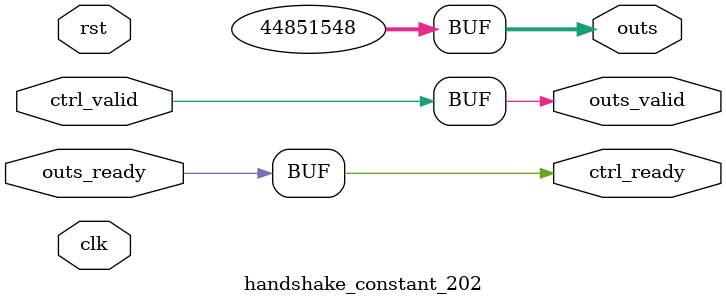
<source format=v>
`timescale 1ns / 1ps
module handshake_constant_202 #(
  parameter DATA_WIDTH = 32  // Default set to 32 bits
) (
  input                       clk,
  input                       rst,
  // Input Channel
  input                       ctrl_valid,
  output                      ctrl_ready,
  // Output Channel
  output [DATA_WIDTH - 1 : 0] outs,
  output                      outs_valid,
  input                       outs_ready
);
  assign outs       = 27'b010101011000110000101011100;
  assign outs_valid = ctrl_valid;
  assign ctrl_ready = outs_ready;

endmodule

</source>
